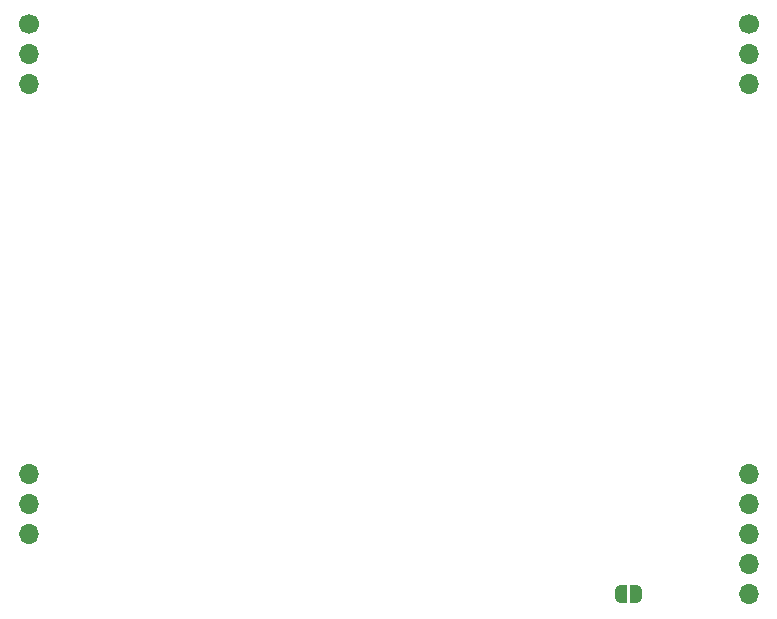
<source format=gbr>
%TF.GenerationSoftware,KiCad,Pcbnew,(7.0.0)*%
%TF.CreationDate,2025-01-20T14:18:13+11:00*%
%TF.ProjectId,shield-v3,73686965-6c64-42d7-9633-2e6b69636164,rev?*%
%TF.SameCoordinates,Original*%
%TF.FileFunction,Soldermask,Top*%
%TF.FilePolarity,Negative*%
%FSLAX46Y46*%
G04 Gerber Fmt 4.6, Leading zero omitted, Abs format (unit mm)*
G04 Created by KiCad (PCBNEW (7.0.0)) date 2025-01-20 14:18:13*
%MOMM*%
%LPD*%
G01*
G04 APERTURE LIST*
G04 Aperture macros list*
%AMFreePoly0*
4,1,19,0.500000,-0.750000,0.000000,-0.750000,0.000000,-0.744911,-0.071157,-0.744911,-0.207708,-0.704816,-0.327430,-0.627875,-0.420627,-0.520320,-0.479746,-0.390866,-0.500000,-0.250000,-0.500000,0.250000,-0.479746,0.390866,-0.420627,0.520320,-0.327430,0.627875,-0.207708,0.704816,-0.071157,0.744911,0.000000,0.744911,0.000000,0.750000,0.500000,0.750000,0.500000,-0.750000,0.500000,-0.750000,
$1*%
%AMFreePoly1*
4,1,19,0.000000,0.744911,0.071157,0.744911,0.207708,0.704816,0.327430,0.627875,0.420627,0.520320,0.479746,0.390866,0.500000,0.250000,0.500000,-0.250000,0.479746,-0.390866,0.420627,-0.520320,0.327430,-0.627875,0.207708,-0.704816,0.071157,-0.744911,0.000000,-0.744911,0.000000,-0.750000,-0.500000,-0.750000,-0.500000,0.750000,0.000000,0.750000,0.000000,0.744911,0.000000,0.744911,
$1*%
G04 Aperture macros list end*
%ADD10FreePoly0,0.000000*%
%ADD11FreePoly1,0.000000*%
%ADD12C,1.700000*%
%ADD13O,1.700000X1.700000*%
G04 APERTURE END LIST*
D10*
%TO.C,JP2*%
X100935000Y-113030000D03*
D11*
X102235000Y-113030000D03*
%TD*%
D12*
%TO.C,J2*%
X111760000Y-64770000D03*
D13*
X111759999Y-67309999D03*
X111759999Y-69849999D03*
X111759999Y-102869999D03*
X111759999Y-105409999D03*
X111759999Y-107949999D03*
X111759999Y-110489999D03*
X111759999Y-113029999D03*
%TD*%
D12*
%TO.C,J3*%
X50800000Y-64770000D03*
D13*
X50799999Y-67309999D03*
X50799999Y-69849999D03*
X50799999Y-102869999D03*
X50799999Y-105409999D03*
X50799999Y-107949999D03*
%TD*%
M02*

</source>
